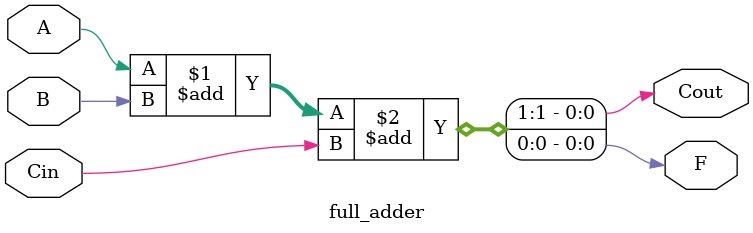
<source format=sv>
module full_adder(
	input A, B, Cin,
	output F, Cout
);
assign {Cout, F} = A+B+Cin;

endmodule
</source>
